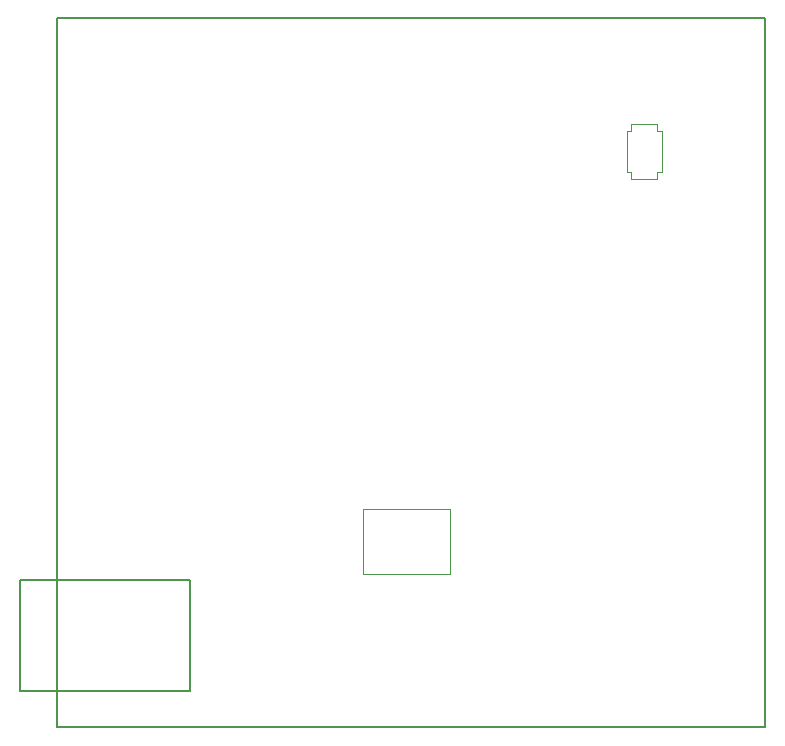
<source format=gm1>
G04*
G04 #@! TF.GenerationSoftware,Altium Limited,Altium Designer,21.2.2 (38)*
G04*
G04 Layer_Color=16711935*
%FSLAX44Y44*%
%MOMM*%
G71*
G04*
G04 #@! TF.SameCoordinates,8F59D91E-1953-4D82-9988-75C83E7EF0EF*
G04*
G04*
G04 #@! TF.FilePolarity,Positive*
G04*
G01*
G75*
%ADD10C,0.2000*%
%ADD23C,0.0500*%
%ADD116C,0.0254*%
D10*
X-31106Y30760D02*
X112894D01*
X-31106D02*
Y124760D01*
X112894D01*
Y30760D02*
Y124760D01*
X-31000Y30750D02*
X112999D01*
X-31000D02*
Y124750D01*
X112999D01*
Y30750D02*
Y124750D01*
X0Y0D02*
X600000D01*
X0D02*
Y600000D01*
X600000Y0D02*
Y600000D01*
X0D02*
X600000D01*
D23*
X508586Y469672D02*
X512586D01*
Y504672D01*
X508586D02*
X512586D01*
X482586D02*
X486586D01*
X482586Y469672D02*
Y504672D01*
Y469672D02*
X486586D01*
Y463672D02*
Y469672D01*
Y463672D02*
X508586D01*
Y469672D01*
Y504672D02*
Y510672D01*
X486586D02*
X508586D01*
X486586Y504672D02*
Y510672D01*
X259064Y129726D02*
Y184726D01*
X333264Y129726D02*
Y184726D01*
X259064D02*
X333264D01*
X259064Y129726D02*
X333264D01*
D116*
X178562Y444246D02*
D03*
M02*

</source>
